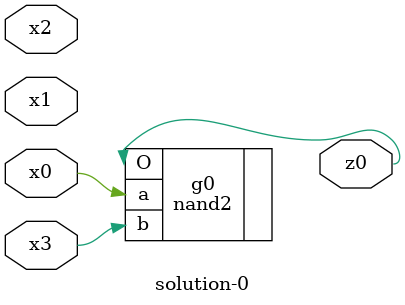
<source format=v>
module \solution-0 (
  x0, x1, x2, x3,
  z0 );
  input x0, x1, x2, x3;
  output z0;
  nand2  g0(.a(x0), .b(x3), .O(z0));
endmodule

</source>
